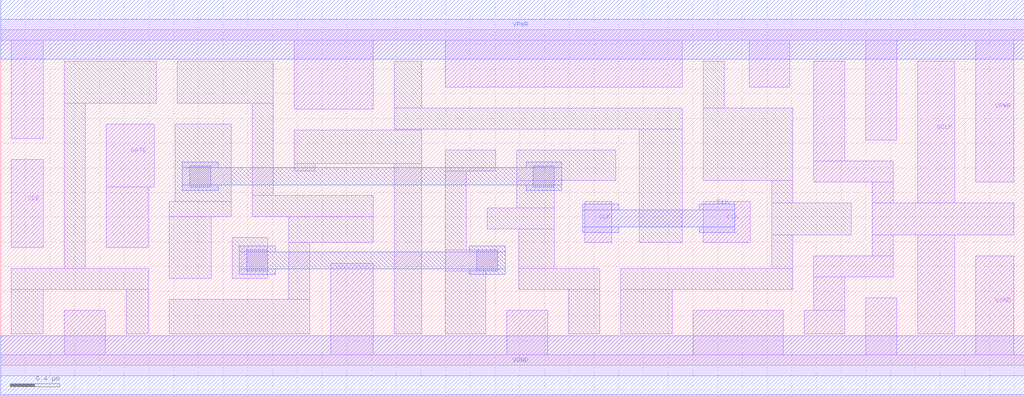
<source format=lef>
# Copyright 2020 The SkyWater PDK Authors
#
# Licensed under the Apache License, Version 2.0 (the "License");
# you may not use this file except in compliance with the License.
# You may obtain a copy of the License at
#
#     https://www.apache.org/licenses/LICENSE-2.0
#
# Unless required by applicable law or agreed to in writing, software
# distributed under the License is distributed on an "AS IS" BASIS,
# WITHOUT WARRANTIES OR CONDITIONS OF ANY KIND, either express or implied.
# See the License for the specific language governing permissions and
# limitations under the License.
#
# SPDX-License-Identifier: Apache-2.0

VERSION 5.5 ;
NAMESCASESENSITIVE ON ;
BUSBITCHARS "[]" ;
DIVIDERCHAR "/" ;
MACRO sky130_fd_sc_hd__sdlclkp_4
  CLASS CORE ;
  SOURCE USER ;
  ORIGIN  0.000000  0.000000 ;
  SIZE  8.280000 BY  2.720000 ;
  SYMMETRY X Y R90 ;
  SITE unithd ;
  PIN GATE
    ANTENNAGATEAREA  0.159000 ;
    DIRECTION INPUT ;
    USE SIGNAL ;
    PORT
      LAYER li1 ;
        RECT 0.855000 0.955000 1.195000 1.445000 ;
        RECT 0.855000 1.445000 1.240000 1.955000 ;
    END
  END GATE
  PIN GCLK
    ANTENNADIFFAREA  0.891000 ;
    DIRECTION OUTPUT ;
    USE SIGNAL ;
    PORT
      LAYER li1 ;
        RECT 6.500000 0.255000 6.830000 0.445000 ;
        RECT 6.580000 0.445000 6.830000 0.715000 ;
        RECT 6.580000 0.715000 7.220000 0.885000 ;
        RECT 6.580000 1.485000 7.220000 1.655000 ;
        RECT 6.580000 1.655000 6.830000 2.465000 ;
        RECT 7.050000 0.885000 7.220000 1.055000 ;
        RECT 7.050000 1.055000 8.195000 1.315000 ;
        RECT 7.050000 1.315000 7.220000 1.485000 ;
        RECT 7.420000 0.255000 7.720000 1.055000 ;
        RECT 7.420000 1.315000 7.720000 2.465000 ;
    END
  END GCLK
  PIN SCE
    ANTENNAGATEAREA  0.159000 ;
    DIRECTION INPUT ;
    USE SIGNAL ;
    PORT
      LAYER li1 ;
        RECT 0.085000 0.955000 0.345000 1.665000 ;
    END
  END SCE
  PIN CLK
    ANTENNAGATEAREA  0.406500 ;
    DIRECTION INPUT ;
    USE CLOCK ;
    PORT
      LAYER li1 ;
        RECT 4.725000 0.995000 4.945000 1.325000 ;
    END
    PORT
      LAYER li1 ;
        RECT 5.685000 0.995000 6.065000 1.325000 ;
    END
    PORT
      LAYER met1 ;
        RECT 4.710000 1.075000 5.000000 1.120000 ;
        RECT 4.710000 1.120000 5.940000 1.260000 ;
        RECT 4.710000 1.260000 5.000000 1.305000 ;
        RECT 5.650000 1.075000 5.940000 1.120000 ;
        RECT 5.650000 1.260000 5.940000 1.305000 ;
    END
  END CLK
  PIN VGND
    DIRECTION INOUT ;
    SHAPE ABUTMENT ;
    USE GROUND ;
    PORT
      LAYER li1 ;
        RECT 0.000000 -0.085000 8.280000 0.085000 ;
        RECT 0.515000  0.085000 0.845000 0.445000 ;
        RECT 2.670000  0.085000 3.015000 0.825000 ;
        RECT 4.095000  0.085000 4.425000 0.445000 ;
        RECT 5.605000  0.085000 6.330000 0.445000 ;
        RECT 7.000000  0.085000 7.250000 0.545000 ;
        RECT 7.890000  0.085000 8.195000 0.885000 ;
    END
    PORT
      LAYER met1 ;
        RECT 0.000000 -0.240000 8.280000 0.240000 ;
    END
  END VGND
  PIN VPWR
    DIRECTION INOUT ;
    SHAPE ABUTMENT ;
    USE POWER ;
    PORT
      LAYER li1 ;
        RECT 0.000000 2.635000 8.280000 2.805000 ;
        RECT 0.085000 1.835000 0.345000 2.635000 ;
        RECT 2.375000 2.075000 3.015000 2.635000 ;
        RECT 3.595000 2.255000 5.515000 2.635000 ;
        RECT 6.055000 2.255000 6.385000 2.635000 ;
        RECT 7.000000 1.825000 7.250000 2.635000 ;
        RECT 7.890000 1.485000 8.195000 2.635000 ;
    END
    PORT
      LAYER met1 ;
        RECT 0.000000 2.480000 8.280000 2.960000 ;
    END
  END VPWR
  OBS
    LAYER li1 ;
      RECT 0.085000 0.255000 0.345000 0.615000 ;
      RECT 0.085000 0.615000 1.195000 0.785000 ;
      RECT 0.515000 0.785000 0.685000 2.125000 ;
      RECT 0.515000 2.125000 1.260000 2.465000 ;
      RECT 1.015000 0.255000 1.195000 0.615000 ;
      RECT 1.365000 0.255000 2.500000 0.535000 ;
      RECT 1.365000 0.705000 1.705000 1.205000 ;
      RECT 1.365000 1.205000 1.865000 1.325000 ;
      RECT 1.410000 1.325000 1.865000 1.955000 ;
      RECT 1.430000 2.125000 2.205000 2.465000 ;
      RECT 1.875000 0.705000 2.160000 1.035000 ;
      RECT 2.035000 1.205000 3.015000 1.375000 ;
      RECT 2.035000 1.375000 2.205000 2.125000 ;
      RECT 2.330000 0.535000 2.500000 0.995000 ;
      RECT 2.330000 0.995000 3.015000 1.205000 ;
      RECT 2.375000 1.575000 2.545000 1.635000 ;
      RECT 2.375000 1.635000 3.405000 1.905000 ;
      RECT 3.185000 0.255000 3.405000 1.635000 ;
      RECT 3.185000 1.905000 3.405000 1.915000 ;
      RECT 3.185000 1.915000 5.515000 2.085000 ;
      RECT 3.185000 2.085000 3.405000 2.465000 ;
      RECT 3.595000 0.255000 3.925000 0.765000 ;
      RECT 3.595000 0.765000 4.020000 0.935000 ;
      RECT 3.595000 0.935000 3.765000 1.575000 ;
      RECT 3.595000 1.575000 4.005000 1.745000 ;
      RECT 3.935000 1.105000 4.480000 1.275000 ;
      RECT 4.175000 1.275000 4.480000 1.495000 ;
      RECT 4.175000 1.495000 4.975000 1.745000 ;
      RECT 4.190000 0.615000 4.845000 0.785000 ;
      RECT 4.190000 0.785000 4.480000 1.105000 ;
      RECT 4.595000 0.255000 4.845000 0.615000 ;
      RECT 5.015000 0.255000 5.435000 0.615000 ;
      RECT 5.015000 0.615000 6.410000 0.785000 ;
      RECT 5.165000 0.995000 5.515000 1.915000 ;
      RECT 5.685000 1.495000 6.410000 2.085000 ;
      RECT 5.685000 2.085000 5.855000 2.465000 ;
      RECT 6.240000 0.785000 6.410000 1.055000 ;
      RECT 6.240000 1.055000 6.880000 1.315000 ;
      RECT 6.240000 1.315000 6.410000 1.495000 ;
    LAYER mcon ;
      RECT 1.530000 1.445000 1.700000 1.615000 ;
      RECT 1.990000 0.765000 2.160000 0.935000 ;
      RECT 3.850000 0.765000 4.020000 0.935000 ;
      RECT 4.310000 1.445000 4.480000 1.615000 ;
    LAYER met1 ;
      RECT 1.470000 1.415000 1.760000 1.460000 ;
      RECT 1.470000 1.460000 4.540000 1.600000 ;
      RECT 1.470000 1.600000 1.760000 1.645000 ;
      RECT 1.930000 0.735000 2.220000 0.780000 ;
      RECT 1.930000 0.780000 4.080000 0.920000 ;
      RECT 1.930000 0.920000 2.220000 0.965000 ;
      RECT 3.790000 0.735000 4.080000 0.780000 ;
      RECT 3.790000 0.920000 4.080000 0.965000 ;
      RECT 4.250000 1.415000 4.540000 1.460000 ;
      RECT 4.250000 1.600000 4.540000 1.645000 ;
  END
END sky130_fd_sc_hd__sdlclkp_4

</source>
